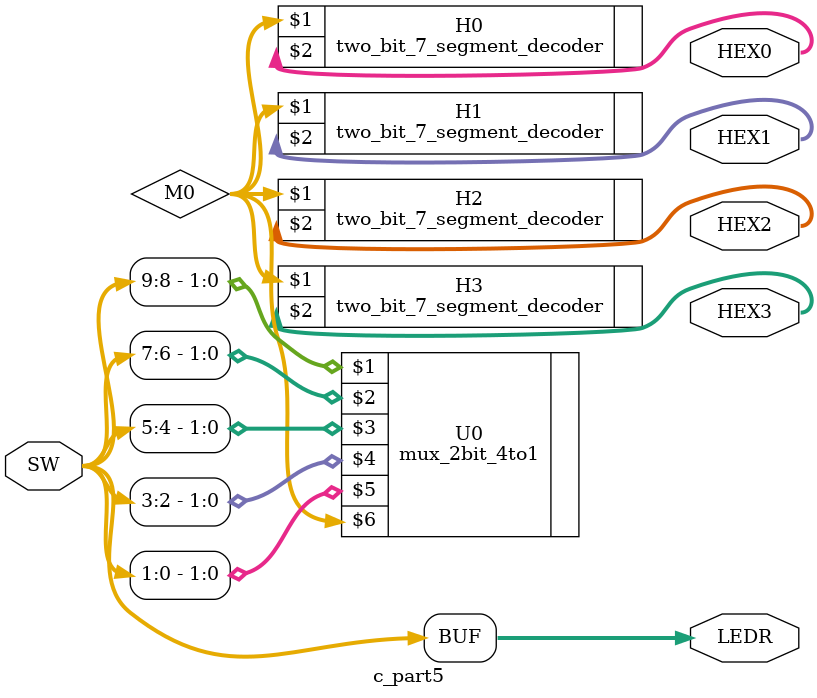
<source format=sv>
module c_part5(

  input logic [9:0] SW,       // Slide switches
  output logic [9:0] LEDR,    // Red lights
  output logic [0:6] HEX0,    // 7-segment display for HEX0
  output logic [0:6] HEX1,    // 7-segment display for HEX1
  output logic [0:6] HEX2,    // 7-segment display for HEX2
  output logic [0:6] HEX3     // 7-segment display for HEX3
);

  //logic [1:0] M0, M1, M2, M3;  // 2-bit output for each 4-to-1 multiplexer
   wire [1:0] M0;

  // Instantiate four instances of the 2-bit wide 4-to-1 multiplexer
  mux_2bit_4to1 U0(SW[9:8], SW[7:6], SW[5:4], SW[3:2], SW[1:0], M0);
 // mux_2bit_4to1 U1(SW[9:8], SW[7:6], SW[5:4], SW[3:2], SW[1:0], M1);
 // mux_2bit_4to1 U2(SW[9:8], SW[7:6], SW[5:4], SW[3:2], SW[1:0], M2);
 //mux_2bit_4to1 U3(SW[9:8], SW[7:6], SW[5:4], SW[3:2], SW[1:0], M3);

  // Instantiate four instances of the 7-segment decoder
  two_bit_7_segment_decoder H0(M0, HEX0);
  two_bit_7_segment_decoder H1(M0, HEX1);
  two_bit_7_segment_decoder H2(M0, HEX2);
  two_bit_7_segment_decoder H3(M0, HEX3);


  // Connect SW to LEDR for debugging
  assign LEDR = SW;

endmodule

</source>
